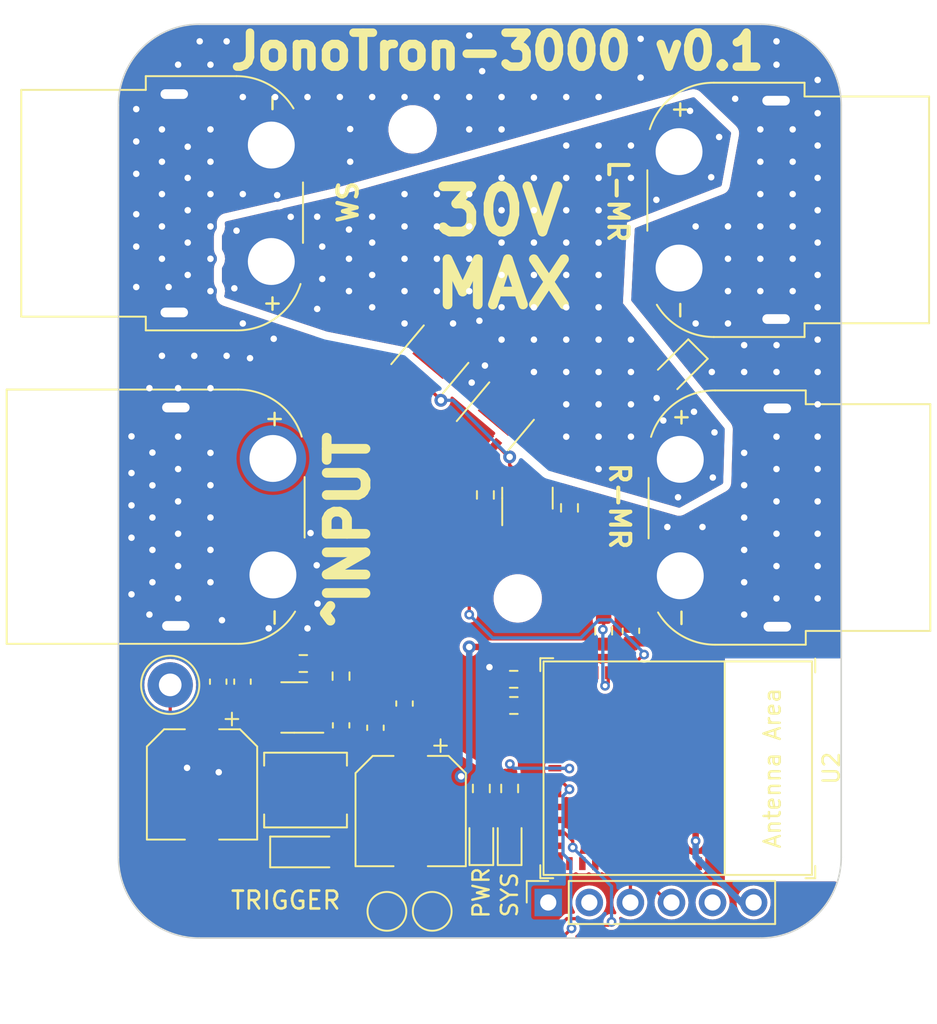
<source format=kicad_pcb>
(kicad_pcb (version 20221018) (generator pcbnew)
  (layers (0 "F.Cu" signal) (31 "B.Cu" signal) (34 "B.Paste" user) (35 "F.Paste" user) (36 "B.SilkS" user "B.Silkscreen") (37 "F.SilkS" user "F.Silkscreen") (38 "B.Mask" user) (39 "F.Mask" user) (44 "Edge.Cuts" user))
  (net 0 "")
  (net 1 "Net-(U1-BST)")
  (net 2 "Net-(D1-K)")
  (net 3 "Net-(U1-FB)")
  (net 4 "Net-(D2-A)")
  (net 5 "+3.3V")
  (net 6 "GND")
  (net 7 "Net-(D3-A)")
  (net 8 "MOSFET")
  (net 9 "VIn")
  (net 10 "+12V")
  (net 11 "SYS_LED")
  (net 12 "Net-(U2-EN{slash}CHIP_PU)")
  (net 35 "SWITCH")
  (net 36 "Net-(Q1-G)")
  (net 37 "Net-(Q2-B)")
  (net 39 "Net-(J5-Pin_3)")
  (net 40 "Net-(J5-Pin_4)")
  (net 42 "Net-(U2-GPIO9)")
  (net 43 "Net-(D4-A)")
  (footprint "Resistor_SMD:R_0603_1608Metric" (layer "F.Cu") (at 141.088353 92.853731 90)
    (fp_text reference "R8" hide)
    (fp_text value "1k")
  )
  (footprint "Capacitor_SMD:C_0603_1608Metric" (layer "F.Cu") (at 134.289908 107.249973 90)
    (fp_text reference "C7" hide)
    (fp_text value "100nF")
  )
  (footprint "MountingHole:MountingHole_2.5mm" (layer "F.Cu") (at 143.088353 99.253731)
    (fp_text reference "H1" hide)
    (fp_text value "MountingHole")
  )
  (footprint "MountingHole:MountingHole_2.5mm" (layer "F.Cu") (at 136.588353 70.253731)
    (fp_text reference "H2" hide)
    (fp_text value "MountingHole")
  )
  (footprint "LED_SMD:LED_0603_1608Metric" (layer "F.Cu") (at 140.838353 114.253731 90)
    (fp_text reference "D2" hide)
    (fp_text value "LED_Small")
  )
  (footprint "Resistor_SMD:R_0603_1608Metric" (layer "F.Cu") (at 132.162395 104.05778 90)
    (fp_text reference "R1" hide)
    (fp_text value "13k")
  )
  (footprint "Resistor_SMD:R_0603_1608Metric" (layer "F.Cu") (at 142.588353 111.003731 90)
    (fp_text reference "R6" hide)
    (fp_text value "2.2k")
  )
  (footprint "Connector_PinSocket_2.54mm:PinSocket_1x06_P2.54mm_Vertical" (layer "F.Cu") (at 144.97432 118.053731 90)
    (fp_text reference "J5" hide)
    (fp_text value "Conn_01x06_Socket")
  )
  (footprint "Resistor_SMD:R_0603_1608Metric" (layer "F.Cu") (at 146.288353 93.653731 -90)
    (fp_text reference "R9" hide)
    (fp_text value "13k")
  )
  (footprint "Resistor_SMD:R_0603_1608Metric" (layer "F.Cu") (at 142.838353 104.253731)
    (fp_text reference "R7" hide)
    (fp_text value "13k")
  )
  (footprint "Capacitor_SMD:CP_Elec_6.3x5.4" (layer "F.Cu") (at 136.467663 112.400687 -90)
    (fp_text reference "C5" hide)
    (fp_text value "22uF")
  )
  (footprint "Capacitor_SMD:CP_Elec_6.3x7.7" (layer "F.Cu") (at 123.567663 110.753731 -90)
    (fp_text reference "C1" hide)
    (fp_text value "220uF")
  )
  (footprint "LED_SMD:LED_0603_1608Metric" (layer "F.Cu") (at 142.588353 114.253731 90)
    (fp_text reference "D3" hide)
    (fp_text value "LED_Small")
  )
  (footprint "TestPoint:TestPoint_Loop_D3.50mm_Drill1.4mm_Beaded" (layer "F.Cu") (at 121.6 104.6)
    (fp_text reference "TP3" hide)
    (fp_text value "TestPoint")
  )
  (footprint "Capacitor_SMD:C_0603_1608Metric" (layer "F.Cu") (at 150.088353 101.253731 90)
    (fp_text reference "C8" hide)
    (fp_text value "100nF")
  )
  (footprint "Diode_SMD:Nexperia_CFP3_SOD-123W" (layer "F.Cu") (at 130.040199 114.928152)
    (fp_text reference "D1" hide)
    (fp_text value "PMEG6020ER")
  )
  (footprint "Acea:AMASS_XT60PW-F_1x02_P7.20mm_Horizontal" (layer "F.Cu") (at 127.85 71.221987 90)
    (fp_text reference "J1" hide)
    (fp_text value "Conn_01x02_Pin")
  )
  (footprint "Resistor_SMD:R_0603_1608Metric" (layer "F.Cu") (at 140.838353 111.003731 90)
    (fp_text reference "R3" hide)
    (fp_text value "2.2k")
  )
  (footprint "Package_SON:VSON-8_3.3x3.3mm_P0.65mm_NexFET" (layer "F.Cu") (at 141.918428 87.991242 50)
    (fp_text reference "Q3" hide)
    (fp_text value "CSD19537Q3")
  )
  (footprint "Capacitor_SMD:C_0603_1608Metric" (layer "F.Cu") (at 126.067663 104.400687 90)
    (fp_text reference "C3" hide)
    (fp_text value "100nF")
  )
  (footprint "Resistor_SMD:R_0603_1608Metric" (layer "F.Cu") (at 148.400825 101.253731 90)
    (fp_text reference "R5" hide)
    (fp_text value "13k")
  )
  (footprint "Diode_SMD:D_SOD-323" (layer "F.Cu") (at 153.096045 84.973141 -135)
    (fp_text reference "D4" hide)
    (fp_text value "1N5819WS")
  )
  (footprint "Espressif:ESP32-C3-MINI-1" (layer "F.Cu") (at 152.982962 109.749122 -90)
    (fp_text reference "U2")
    (fp_text value "ESP32-C3-MINI-1")
  )
  (footprint "Resistor_SMD:R_0603_1608Metric" (layer "F.Cu") (at 129.828448 103.278427 180)
    (fp_text reference "R2" hide)
    (fp_text value "4.3k")
  )
  (footprint "Capacitor_SMD:C_0603_1608Metric" (layer "F.Cu") (at 132.167663 107.100687 -90)
    (fp_text reference "C4" hide)
    (fp_text value "100nF")
  )
  (footprint "Package_TO_SOT_SMD:SOT-23" (layer "F.Cu") (at 143.688353 93.053731 90)
    (fp_text reference "Q2" hide)
    (fp_text value "MMBT3904")
  )
  (footprint "Package_TO_SOT_SMD:SOT-23-6" (layer "F.Cu") (at 129.267626 105.996096 180)
    (fp_text reference "U1" hide)
    (fp_text value "AOZ1280CI")
  )
  (footprint "Acea:AMASS_XT60PW-F_1x02_P7.20mm_Horizontal" (layer "F.Cu") (at 153.138353 97.853731 -90)
    (fp_text reference "J2" hide)
    (fp_text value "Conn_01x02_Pin")
  )
  (footprint "Capacitor_SMD:C_0603_1608Metric" (layer "F.Cu") (at 136.088353 105.753731 90)
    (fp_text reference "C6" hide)
    (fp_text value "10uF")
  )
  (footprint "Inductor_SMD:L_Chilisin_BMRA00040415" (layer "F.Cu") (at 129.967663 111.100687)
    (fp_text reference "L1" hide)
    (fp_text value "10uH")
  )
  (footprint "Capacitor_SMD:C_0603_1608Metric" (layer "F.Cu") (at 124.567663 104.400687 90)
    (fp_text reference "C2" hide)
    (fp_text value "10uF")
  )
  (footprint "TestPoint:TestPoint_Pad_D2.0mm" (layer "F.Cu") (at 137.8 118.6)
    (fp_text reference "TP1" hide)
    (fp_text value "TestPoint")
  )
  (footprint "TestPoint:TestPoint_Pad_D2.0mm" (layer "F.Cu") (at 135 118.6)
    (fp_text reference "TP2" hide)
    (fp_text value "TestPoint")
  )
  (footprint "Resistor_SMD:R_0603_1608Metric" (layer "F.Cu") (at 142.846646 105.871537)
    (fp_text reference "R4" hide)
    (fp_text value "2.2k")
  )
  (footprint "Acea:AMASS_XT60PW-M_1x02_P7.20mm_Horizontal" (layer "F.Cu") (at 127.95 97.8 90)
    (fp_text reference "J4" hide)
    (fp_text value "Conn_01x02_Pin")
  )
  (footprint "Package_SON:VSON-8_3.3x3.3mm_P0.65mm_NexFET" (layer "F.Cu") (at 137.86889 84.470805 50)
    (fp_text reference "Q1" hide)
    (fp_text value "CSD19537Q3")
  )
  (footprint "Acea:AMASS_XT60PW-F_1x02_P7.20mm_Horizontal" (layer "F.Cu") (at 153.062574 78.829017 -90)
    (fp_text reference "J3" hide)
    (fp_text value "Conn_01x02_Pin")
  )
  (gr_arc (start 163.088353 115.253731) (mid 161.623887 118.789265) (end 158.088353 120.253731) (stroke (width 0.1)) (layer "Edge.Cuts"))
  (gr_arc (start 118.4 68.753731) (mid 119.864466 65.218197) (end 123.4 63.753731) (stroke (width 0.1)) (layer "Edge.Cuts"))
  (gr_line (start 123.4 63.753731) (end 158.088353 63.753731) (stroke (width 0.1)) (layer "Edge.Cuts"))
  (gr_line (start 118.4 68.753731) (end 118.4 115.253731) (stroke (width 0.1)) (layer "Edge.Cuts"))
  (gr_line (start 163.088353 68.753731) (end 163.088353 115.253731) (stroke (width 0.1)) (layer "Edge.Cuts"))
  (gr_arc (start 123.4 120.253731) (mid 119.864466 118.789265) (end 118.4 115.253731) (stroke (width 0.1)) (layer "Edge.Cuts"))
  (gr_arc (start 158.088353 63.753731) (mid 161.623887 65.218197) (end 163.088353 68.753731) (stroke (width 0.1)) (layer "Edge.Cuts"))
  (gr_line (start 123.4 120.253731) (end 158.088353 120.253731) (stroke (width 0.1)) (layer "Edge.Cuts"))
  (gr_text "WS" (at 133.294808 76.161429 90) (layer "F.SilkS") (effects (font (size 1.2 1.2) (thickness 0.25) bold) (justify left bottom)))
  (gr_text "JonoTron-3000 v0.1" (at 125.088353 66.658422) (layer "F.SilkS") (effects (font (size 2.1 2.1) (thickness 0.525) bold) (justify left bottom)))
  (gr_text "PWR" (at 141.414168 119.121079 90) (layer "F.SilkS") (effects (font (size 1 1)) (justify left bottom)))
  (gr_text "L-MR" (at 148.588353 72.003731 270) (layer "F.SilkS") (effects (font (size 1.2 1.2) (thickness 0.25) bold) (justify left bottom)))
  (gr_text "30V \nMAX" (at 137.688353 81.453731) (layer "F.SilkS") (effects (font (size 2.8 2.8) (thickness 0.6) bold) (justify left bottom)))
  (gr_text "^INPUT" (at 134 101.253731 90) (layer "F.SilkS") (effects (font (size 2.4 2.4) (thickness 0.6) bold) (justify left bottom)))
  (gr_text "TRIGGER" (at 125.256592 118.564313) (layer "F.SilkS") (effects (font (size 1.1 1.1) (thickness 0.165)) (justify left bottom)))
  (gr_text "R-MR" (at 148.688353 90.753731 270) (layer "F.SilkS") (effects (font (size 1.2 1.2) (thickness 0.25) bold) (justify left bottom)))
  (gr_text "SYS" (at 143.169036 119.060566 90) (layer "F.SilkS") (effects (font (size 1 1)) (justify left bottom)))
  (segment (start 132.167663 106.325686) (end 131.892663 106.325687) (width 0.6) (layer "F.Cu") (net 1))
  (segment (start 131.892663 106.325687) (end 131.272254 106.946096) (width 0.6) (layer "F.Cu") (net 1))
  (segment (start 131.272254 106.946096) (end 130.405126 106.946096) (width 0.6) (layer "F.Cu") (net 1))
  (segment (start 130.717663 103.275687) (end 130.692664 103.300686) (width 0.6) (layer "F.Cu") (net 3))
  (segment (start 132.167664 103.275687) (end 130.717663 103.275687) (width 0.6) (layer "F.Cu") (net 3))
  (segment (start 130.692664 103.300686) (end 130.692664 104.725686) (width 0.6) (layer "F.Cu") (net 3))
  (segment (start 130.692664 104.725686) (end 130.367663 105.050687) (width 0.6) (layer "F.Cu") (net 3))
  (segment (start 140.838353 111.828731) (end 140.838353 113.466231) (width 0.2) (layer "F.Cu") (net 4))
  (segment (start 150.038354 102.07873) (end 150.088353 102.028731) (width 0.4) (layer "F.Cu") (net 5))
  (segment (start 151.645685 102.028731) (end 152.684817 103.067863) (width 0.4) (layer "F.Cu") (net 5))
  (segment (start 152.682962 103.849122) (end 152.682962 104.84834) (width 0.4) (layer "F.Cu") (net 5))
  (segment (start 152.684817 103.067863) (end 152.684817 103.867863) (width 0.4) (layer "F.Cu") (net 5))
  (segment (start 133.142663 105.800382) (end 133.142663 106.877728) (width 0.6) (layer "F.Cu") (net 5))
  (segment (start 152.682962 104.84834) (end 154.088353 106.253731) (width 0.4) (layer "F.Cu") (net 5))
  (segment (start 150.088353 102.028731) (end 151.645685 102.028731) (width 0.4) (layer "F.Cu") (net 5))
  (segment (start 132.162395 104.88278) (end 132.225061 104.88278) (width 0.6) (layer "F.Cu") (net 5))
  (segment (start 133.142663 106.877728) (end 134.289908 108.024973) (width 0.6) (layer "F.Cu") (net 5))
  (segment (start 132.197257 104.925687) (end 132.167664 104.925686) (width 0.5) (layer "F.Cu") (net 5))
  (segment (start 149.863353 102.253731) (end 140.088353 102.253731) (width 0.4) (layer "F.Cu") (net 5))
  (segment (start 132.225061 104.88278) (end 133.142663 105.800382) (width 0.6) (layer "F.Cu") (net 5))
  (segment (start 150.088353 102.028731) (end 149.863353 102.253731) (width 0.4) (layer "F.Cu") (net 5))
  (segment (start 154.088353 106.253731) (end 154.088353 114.253731) (width 0.4) (layer "F.Cu") (net 5))
  (via (at 139.588353 110.253731) (size 0.8) (drill 0.4) (layers "F.Cu" "B.Cu") (net 5))
  (via (at 154.088353 114.253731) (size 0.6) (drill 0.3) (layers "F.Cu" "B.Cu") (net 5))
  (via (at 140.088353 102.253731) (size 0.8) (drill 0.4) (layers "F.Cu" "B.Cu") (net 5))
  (segment (start 140.088353 102.253731) (end 140.088353 109.753731) (width 0.4) (layer "B.Cu") (net 5))
  (segment (start 157.112996 118.253731) (end 157.67432 118.253731) (width 0.4) (layer "B.Cu") (net 5))
  (segment (start 140.088353 109.753731) (end 139.588353 110.253731) (width 0.4) (layer "B.Cu") (net 5))
  (segment (start 154.088353 114.253731) (end 154.088353 115.229088) (width 0.4) (layer "B.Cu") (net 5))
  (segment (start 154.088353 115.229088) (end 157.112996 118.253731) (width 0.4) (layer "B.Cu") (net 5))
  (segment (start 129.290198 103.548223) (end 129.042662 103.300687) (width 0.5) (layer "F.Cu") (net 6))
  (segment (start 129.290198 105.525687) (end 129.290198 103.548223) (width 0.5) (layer "F.Cu") (net 6))
  (segment (start 130.367663 106.000687) (end 129.765198 106.000687) (width 0.5) (layer "F.Cu") (net 6))
  (segment (start 129.765198 106.000687) (end 129.290198 105.525687) (width 0.5) (layer "F.Cu") (net 6))
  (segment (start 142.588353 111.828731) (end 142.588353 113.466231) (width 0.2) (layer "F.Cu") (net 7))
  (segment (start 151.088353 102.828231) (end 151.001103 102.828231) (width 0.2) (layer "F.Cu") (net 8))
  (segment (start 140.088353 94.678731) (end 140.088353 100.253731) (width 0.2) (layer "F.Cu") (net 8))
  (segment (start 151.088353 102.828231) (end 151.088353 102.828231) (width 0.2) (layer "F.Cu") (net 8))
  (segment (start 150.901103 102.728231) (end 150.901103 102.690981) (width 0.2) (layer "F.Cu") (net 8))
  (segment (start 151.001103 102.828231) (end 150.901103 102.728231) (width 0.2) (layer "F.Cu") (net 8))
  (segment (start 141.088353 93.678731) (end 140.088353 94.678731) (width 0.2) (layer "F.Cu") (net 8))
  (segment (start 150.284817 103.307267) (end 150.284817 103.867863) (width 0.2) (layer "F.Cu") (net 8))
  (segment (start 150.901103 102.690981) (end 150.284817 103.307267) (width 0.2) (layer "F.Cu") (net 8))
  (via (at 150.901103 102.728231) (size 0.6) (drill 0.3) (layers "F.Cu" "B.Cu") (net 8))
  (via (at 140.088353 100.253731) (size 0.6) (drill 0.3) (layers "F.Cu" "B.Cu") (net 8))
  (segment (start 140.088353 100.253731) (end 141.528515 101.693893) (width 0.2) (layer "B.Cu") (net 8))
  (segment (start 148.102121 100.579231) (end 148.839353 100.579231) (width 0.2) (layer "B.Cu") (net 8))
  (segment (start 146.987459 101.693893) (end 148.102121 100.579231) (width 0.2) (layer "B.Cu") (net 8))
  (segment (start 148.839353 100.579231) (end 151.088353 102.828231) (width 0.2) (layer "B.Cu") (net 8))
  (segment (start 141.528515 101.693893) (end 146.987459 101.693893) (width 0.2) (layer "B.Cu") (net 8))
  (segment (start 143.671646 104.262024) (end 143.663353 104.253731) (width 0.2) (layer "F.Cu") (net 9))
  (segment (start 143.671646 105.871537) (end 143.671646 104.262024) (width 0.2) (layer "F.Cu") (net 9))
  (segment (start 145.384817 105.767863) (end 143.77532 105.767863) (width 0.2) (layer "F.Cu") (net 9))
  (segment (start 143.77532 105.767863) (end 143.671646 105.871537) (width 0.2) (layer "F.Cu") (net 9))
  (segment (start 123.567663 108.967663) (end 123.567663 108.053731) (width 0.6) (layer "F.Cu") (net 10))
  (segment (start 141.338353 103.578731) (end 142.013353 104.253731) (width 0.2) (layer "F.Cu") (net 10))
  (segment (start 123.6 108.086068) (end 123.567663 108.053731) (width 0.6) (layer "F.Cu") (net 10))
  (segment (start 141.338353 103.503731) (end 141.338353 103.578731) (width 0.2) (layer "F.Cu") (net 10))
  (segment (start 122.640753 109.728039) (end 123.6 108.768792) (width 0.6) (layer "F.Cu") (net 10))
  (segment (start 124.6 110) (end 123.567663 108.967663) (width 0.6) (layer "F.Cu") (net 10))
  (segment (start 123.6 108.768792) (end 123.6 108.086068) (width 0.6) (layer "F.Cu") (net 10))
  (via (at 124.8 100.6) (size 0.8) (drill 0.4) (layers "F.Cu" "B.Cu") (net 10))
  (via (at 160.088353 78.253731) (size 0.8) (drill 0.4) (layers "F.Cu" "B.Cu") (net 10))
  (via (at 120.5 92.262294) (size 0.8) (drill 0.4) (layers "F.Cu" "B.Cu") (net 10))
  (via (at 157.088353 92.253731) (size 0.8) (drill 0.4) (layers "F.Cu" "B.Cu") (net 10))
  (via (at 127.690313 101.105036) (size 0.8) (drill 0.4) (layers "F.Cu" "B.Cu") (net 10))
  (via (at 120.5 94.253731) (size 0.8) (drill 0.4) (layers "F.Cu" "B.Cu") (net 10))
  (via (at 119.5 73) (size 0.8) (drill 0.4) (layers "F.Cu" "B.Cu") (net 10))
  (via (at 160.088353 80.253731) (size 0.8) (drill 0.4) (layers "F.Cu" "B.Cu") (net 10))
  (via (at 134.088353 68.253731) (size 0.8) (drill 0.4) (layers "F.Cu" "B.Cu") (net 10))
  (via (at 122.088353 99.253731) (size 0.8) (drill 0.4) (layers "F.Cu" "B.Cu") (net 10))
  (via (at 124.088353 70.253731) (size 0.8) (drill 0.4) (layers "F.Cu" "B.Cu") (net 10))
  (via (at 142.088353 68.253731) (size 0.8) (drill 0.4) (layers "F.Cu" "B.Cu") (net 10))
  (via (at 150.688353 64.653731) (size 0.8) (drill 0.4) (layers "F.Cu" "B.Cu") (net 10))
  (via (at 130.088353 68.253731) (size 0.8) (drill 0.4) (layers "F.Cu" "B.Cu") (net 10))
  (via (at 159.088353 93.253731) (size 0.8) (drill 0.4) (layers "F.Cu" "B.Cu") (net 10))
  (via (at 150.688353 67.053731) (size 0.8) (drill 0.4) (layers "F.Cu" "B.Cu") (net 10))
  (via (at 122.682711 71.327774) (size 0.8) (drill 0.4) (layers "F.Cu" "B.Cu") (net 10))
  (via (at 161.634014 83.253731) (size 0.8) (drill 0.4) (layers "F.Cu" "B.Cu") (net 10))
  (via (at 141.338353 103.503731) (size 0.8) (drill 0.4) (layers "F.Cu" "B.Cu") (net 10))
  (via (at 125.088353 64.809858) (size 0.8) (drill 0.4) (layers "F.Cu" "B.Cu") (net 10))
  (via (at 130.658071 97.203387) (size 0.8) (drill 0.4) (layers "F.Cu" "B.Cu") (net 10))
  (via (at 154.088353 76.253731) (size 0.8) (drill 0.4) (layers "F.Cu" "B.Cu") (net 10))
  (via (at 119.205743 91.5) (size 0.8) (drill 0.4) (layers "F.Cu" "B.Cu") (net 10))
  (via (at 156.088353 82.253731) (size 0.8) (drill 0.4) (layers "F.Cu" "B.Cu") (net 10))
  (via (at 161.634014 91.253731) (size 0.8) (drill 0.4) (layers "F.Cu" "B.Cu") (net 10))
  (via (at 148.088353 68.253731) (size 0.8) (drill 0.4) (layers "F.Cu" "B.Cu") (net 10))
  (via (at 161.634014 79.253731) (size 0.8) (drill 0.4) (layers "F.Cu" "B.Cu") (net 10))
  (via (at 158.088353 70.253731) (size 0.8) (drill 0.4) (layers "F.Cu" "B.Cu") (net 10))
  (via (at 161.634014 89.253731) (size 0.8) (drill 0.4) (layers "F.Cu" "B.Cu") (net 10))
  (via (at 124.088353 72.253731) (size 0.8) (drill 0.4) (layers "F.Cu" "B.Cu") (net 10))
  (via (at 124.088353 74.253731) (size 0.8) (drill 0.4) (layers "F.Cu" "B.Cu") (net 10))
  (via (at 119.5 77.5) (size 0.8) (drill 0.4) (layers "F.Cu" "B.Cu") (net 10))
  (via (at 124.088353 92.253731) (size 0.8) (drill 0.4) (layers "F.Cu" "B.Cu") (net 10))
  (via (at 160.088353 72.253731) (size 0.8) (drill 0.4) (layers "F.Cu" "B.Cu") (net 10))
  (via (at 124.088353 78.253731) (size 0.8) (drill 0.4) (layers "F.Cu" "B.Cu") (net 10))
  (via (at 126.088353 74.253731) (size 0.8) (drill 0.4) (layers "F.Cu" "B.Cu") (net 10))
  (via (at 152.338861 94.837473) (size 0.8) (drill 0.4) (layers "F.Cu" "B.Cu") (net 10))
  (via (at 122.682711 73.253731) (size 0.8) (drill 0.4) (layers "F.Cu" "B.Cu") (net 10))
  (via (at 160.088353 76.253731) (size 0.8) (drill 0.4) (layers "F.Cu" "B.Cu") (net 10))
  (via (at 124.088353 80.253731) (size 0.8) (drill 0.4) (layers "F.Cu" "B.Cu") (net 10))
  (via (at 161.634014 95.253731) (size 0.8) (drill 0.4) (layers "F.Cu" "B.Cu") (net 10))
  (via (at 161.634014 85.253731) (size 0.8) (drill 0.4) (layers "F.Cu" "B.Cu") (net 10))
  (via (at 119.205743 93.5) (size 0.8) (drill 0.4) (layers "F.Cu" "B.Cu") (net 10))
  (via (at 124.088353 96.253731) (size 0.8) (drill 0.4) (layers "F.Cu" "B.Cu") (net 10))
  (via (at 161.634014 69.253731) (size 0.8) (drill 0.4) (layers "F.Cu" "B.Cu") (net 10))
  (via (at 122.088353 66.253731) (size 0.8) (drill 0.4) (layers "F.Cu" "B.Cu") (net 10))
  (via (at 157.088353 100.253731) (size 0.8) (drill 0.4) (layers "F.Cu" "B.Cu") (net 10))
  (via (at 119.5 71) (size 0.8) (drill 0.4) (layers "F.Cu" "B.Cu") (net 10))
  (via (at 119.205743 89.232981) (size 0.8) (drill 0.4) (layers "F.Cu" "B.Cu") (net 10))
  (via (at 158.088353 72.253731) (size 0.8) (drill 0.4) (layers "F.Cu" "B.Cu") (net 10))
  (via (at 121.088353 78.253731) (size 0.8) (drill 0.4) (layers "F.Cu" "B.Cu") (net 10))
  (via (at 161.634014 73.253731) (size 0.8) (drill 0.4) (layers "F.Cu" "B.Cu") (net 10))
  (via (at 132.728347 70.231587) (size 0.8) (drill 0.4) (layers "F.Cu" "B.Cu") (net 10))
  (via (at 157.088353 85.253731) (size 0.8) (drill 0.4) (layers "F.Cu" "B.Cu") (net 10))
  (via (at 156.088353 80.253731) (size 0.8) (drill 0.4) (layers "F.Cu" "B.Cu") (net 10))
  (via (at 121.088353 70.253731) (size 0.8) (drill 0.4) (layers "F.Cu" "B.Cu") (net 10))
  (via (at 130.088353 101.105036) (size 0.8) (drill 0.4) (layers "F.Cu" "B.Cu") (net 10))
  (via (at 120.314198 100.253731) (size 0.8) (drill 0.4) (layers "F.Cu" "B.Cu") (net 10))
  (via (at 161.634014 81.253731) (size 0.8) (drill 0.4) (layers "F.Cu" "B.Cu") (net 10))
  (via (at 155.088353 85.253731) (size 0.8) (drill 0.4) (layers "F.Cu" "B.Cu") (net 10))
  (via (at 122.088353 89.253731) (size 0.8) (drill 0.4) (layers "F.Cu" "B.Cu") (net 10))
  (via (at 140.088353 70.253731) (size 0.8) (drill 0.4) (layers "F.Cu" "B.Cu") (net 10))
  (via (at 132.728347 72.253731) (size 0.8) (drill 0.4) (layers "F.Cu" "B.Cu") (net 10))
  (via (at 160.088353 70.253731) (size 0.8) (drill 0.4) (layers "F.Cu" "B.Cu") (net 10))
  (via (at 157.088353 90.253731) (size 0.8) (drill 0.4) (layers "F.Cu" "B.Cu") (net 10))
  (via (at 158.088353 74.253731) (size 0.8) (drill 0.4) (layers "F.Cu" "B.Cu") (net 10))
  (via (at 144.088353 68.253731) (size 0.8) (drill 0.4) (layers "F.Cu" "B.Cu") (net 10))
  (via (at 140.088353 68.253731) (size 0.8) (drill 0.4) (layers "F.Cu" "B.Cu") (net 10))
  (via (at 159.088353 64.809858) (size 0.8) (drill 0.4) (layers "F.Cu" "B.Cu") (net 10))
  (via (at 159.091508 83.593187) (size 0.8) (drill 0.4) (layers "F.Cu" "B.Cu") (net 10))
  (via (at 159.088353 99.253731) (size 0.8) (drill 0.4) (layers "F.Cu" "B.Cu") (net 10))
  (via (at 160.088353 74.253731) (size 0.8) (drill 0.4) (layers "F.Cu" "B.Cu") (net 10))
  (via (at 136.088353 68.253731) (size 0.8) (drill 0.4) (layers "F.Cu" "B.Cu") (net 10))
  (via (at 122.640753 109.728039) (size 0.8) (drill 0.4) (layers "F.Cu" "B.Cu") (net 10))
  (via (at 156.088353 78.253731) (size 0.8) (drill 0.4) (layers "F.Cu" "B.Cu") (net 10))
  (via (at 124.6 110) (size 0.8) (drill 0.4) (layers "F.Cu" "B.Cu") (net 10))
  (via (at 128.088353 68.253731) (size 0.8) (drill 0.4) (layers "F.Cu" "B.Cu") (net 10))
  (via (at 156.532932 68.359835) (size 0.8) (drill 0.4) (layers "F.Cu" "B.Cu") (net 10))
  (via (at 119.205743 95.5) (size 0.8) (drill 0.4) (layers "F.Cu" "B.Cu") (net 10))
  (via (at 132.088353 68.253731) (size 0.8) (drill 0.4) (layers "F.Cu" "B.Cu") (net 10))
  (via (at 142.088353 70.253731) (size 0.8) (drill 0.4) (layers "F.Cu" "B.Cu") (net 10))
  (via (at 161.634014 75.253731) (size 0.8) (drill 0.4) (layers "F.Cu" "B.Cu") (net 10))
  (via (at 161.634014 99.253731) (size 0.8) (drill 0.4) (layers "F.Cu" "B.Cu") (net 10))
  (via (at 121.088353 76.253731) (size 0.8) (drill 0.4) (layers "F.Cu" "B.Cu") (net 10))
  (via (at 161.634014 97.253731) (size 0.8) (drill 0.4) (layers "F.Cu" "B.Cu") (net 10))
  (via (at 128 83.2) (size 0.8) (drill 0.4) (layers "F.Cu" "B.Cu") (net 10))
  (via (at 157.088353 83.593187) (size 0.8) (drill 0.4) (layers "F.Cu" "B.Cu") (net 10))
  (via (at 157.088353 96.253731) (size 0.8) (drill 0.4) (layers "F.Cu" "B.Cu") (net 10))
  (via (at 157.088353 94.253731) (size 0.8) (drill 0.4) (layers "F.Cu" "B.Cu") (net 10))
  (via (at 122.682711 75.253731) (size 0.8) (drill 0.4) (layers "F.Cu" "B.Cu") (net 10))
  (via (at 122.682711 79.253731) (size 0.8) (drill 0.4) (layers "F.Cu" "B.Cu") (net 10))
  (via (at 124.088353 66.253731) (size 0.8) (drill 0.4) (layers "F.Cu" "B.Cu") (net 10))
  (via (at 123.423513 64.809858) (size 0.8) (drill 0.4) (layers "F.Cu" "B.Cu") (net 10))
  (via (at 124.088353 90.253731) (size 0.8) (drill 0.4) (layers "F.Cu" "B.Cu") (net 10))
  (via (at 119.5 69) (size 0.8) (drill 0.4) (layers "F.Cu" "B.Cu") (net 10))
  (via (at 120.5 98.253731) (size 0.8) (drill 0.4) (layers "F.Cu" "B.Cu") (net 10))
  (via (at 122.088353 95.253731) (size 0.8) (drill 0.4) (layers "F.Cu" "B.Cu") (net 10))
  (via (at 130.710024 99.575907) (size 0.8) (drill 0.4) (layers "F.Cu" "B.Cu") (net 10))
  (via (at 146.088353 68.253731) (size 0.8) (drill 0.4) (layers "F.Cu" "B.Cu") (net 10))
  (via (at 124.088353 86.253731) (size 0.8) (drill 0.4) (layers "F.Cu" "B.Cu") (net 10))
  (via (at 121.5 80) (size 0.8) (drill 0.4) (layers "F.Cu" "B.Cu") (net 10))
  (via (at 125.088353 84.253731) (size 0.8) (drill 0.4) (layers "F.Cu" "B.Cu") (net 10))
  (via (at 120.5 90.237532) (size 0.8) (drill 0.4) (layers "F.Cu" "B.Cu") (net 10))
  (via (at 126.088353 82.253731) (size 0.8) (drill 0.4) (layers "F.Cu" "B.Cu") (net 10))
  (via (at 123.088353 84.253731) (size 0.8) (drill 0.4) (layers "F.Cu" "B.Cu") (net 10))
  (via (at 128.213878 74.320162) (size 0.8) (drill 0.4) (layers "F.Cu" "B.Cu") (net 10))
  (via (at 158.088353 80.253731) (size 0.8) (drill 0.4) (layers "F.Cu" "B.Cu") (net 10))
  (via (at 159.088353 97.253731) (size 0.8) (drill 0.4) (layers "F.Cu" "B.Cu") (net 10))
  (via (at 159.088353 85.253731) (size 0.8) (drill 0.4) (layers "F.Cu" "B.Cu") (net 10))
  (via (at 161.634014 71.253731) (size 0.8) (drill 0.4) (layers "F.Cu" "B.Cu") (net 10))
  (via (at 122.682711 77.253731) (size 0.8) (drill 0.4) (layers "F.Cu" "B.Cu") (net 10))
  (via (at 120.314198 86.253731) (size 0.8) (drill 0.4) (layers "F.Cu" "B.Cu") (net 10))
  (via (at 122.088353 86.253731) (size 0.8) (drill 0.4) (layers "F.Cu" "B.Cu") (net 10))
  (via (at 121.088353 74.253731) (size 0.8) (drill 0.4) (layers "F.Cu" "B.Cu") (net 10))
  (via (at 159.088353 95.253731) (size 0.8) (drill 0.4) (layers "F.Cu" "B.Cu") (net 10))
  (via (at 159.088353 89.253731) (size 0.8) (drill 0.4) (layers "F.Cu" "B.Cu") (net 10))
  (via (at 138.088353 68.253731) (size 0.8) (drill 0.4) (layers "F.Cu" "B.Cu") (net 10))
  (via (at 158.088353 76.253731) (size 0.8) (drill 0.4) (layers "F.Cu" "B.Cu") (net 10))
  (via (at 161.634014 93.253731) (size 0.8) (drill 0.4) (layers "F.Cu" "B.Cu") (net 10))
  (via (at 121.088353 72.253731) (size 0.8) (drill 0.4) (layers "F.Cu" "B.Cu") (net 10))
  (via (at 122.088353 97.253731) (size 0.8) (drill 0.4) (layers "F.Cu" "B.Cu") (net 10))
  (via (at 130.277082 95.211856) (size 0.8) (drill 0.4) (layers "F.Cu" "B.Cu") (net 10))
  (via (at 158.088353 78.253731) (size 0.8) (drill 0.4) (layers "F.Cu" "B.Cu") (net 10))
  (via (at 120.5 96.253731) (size 0.8) (drill 0.4) (layers "F.Cu" "B.Cu") (net 10))
  (via (at 124.088353 76.253731) (size 0.8) (drill 0.4) (layers "F.Cu" "B.Cu") (net 10))
  (via (at 119.205743 99) (size 0.8) (drill 0.4) (layers "F.Cu" "B.Cu") (net 10))
  (via (at 126.534264 84.4) (size 0.8) (drill 0.4) (layers "F.Cu" "B.Cu") (net 10))
  (via (at 124.088353 98.253731) (size 0.8) (drill 0.4) (layers "F.Cu" "B.Cu") (net 10))
  (via (at 121.088353 84.253731) (size 0.8) (drill 0.4) (layers "F.Cu" "B.Cu") (net 10))
  (via (at 119.5 80) (size 0.8) (drill 0.4) (layers "F.Cu" "B.Cu") (net 10))
  (via (at 161.634014 67.198203) (size 0.8) (drill 0.4) (layers "F.Cu" "B.Cu") (net 10))
  (via (at 159.088353 91.253731) (size 0.8) (drill 0.4) (layers "F.Cu" "B.Cu") (net 10))
  (via (at 154.511553 94.837473) (size 0.8) (drill 0.4) (layers "F.Cu" "B.Cu") (net 10))
  (via (at 126.088353 68.253731) (size 0.8) (drill 0.4) (layers "F.Cu" "B.Cu") (net 10))
  (via (at 156.088353 76.253731) (size 0.8) (drill 0.4) (layers "F.Cu" "B.Cu") (net 10))
  (via (at 157.088353 98.253731) (size 0.8) (drill 0.4) (layers "F.Cu" "B.Cu") (net 10))
  (via (at 161.634014 87.253731) (size 0.8) (drill 0.4) (layers "F.Cu" "B.Cu") (net 10))
  (via (at 161.634014 77.253731) (size 0.8) (drill 0.4) (layers "F.Cu" "B.Cu") (net 10))
  (via (at 154.088353 82.253731) (size 0.8) (drill 0.4) (layers "F.Cu" "B.Cu") (net 10))
  (via (at 122.088353 93.253731) (size 0.8) (drill 0.4) (layers "F.Cu" "B.Cu") (net 10))
  (via (at 124.088353 94.253731) (size 0.8) (drill 0.4) (layers "F.Cu" "B.Cu") (net 10))
  (via (at 159.088353 66.253731) (size 0.8) (drill 0.4) (layers "F.Cu" "B.Cu") (net 10))
  (via (at 119.5 75.5) (size 0.8) (drill 0.4) (layers "F.Cu" "B.Cu") (net 10))
  (via (at 122.088353 91.253731) (size 0.8) (drill 0.4) (layers "F.Cu" "B.Cu") (net 10))
  (via (at 140.088353 64.453731) (size 0.8) (drill 0.4) (layers "F.Cu" "B.Cu") (net 10))
  (via (at 140.888353 66.653731) (size 0.8) (drill 0.4) (layers "F.Cu" "B.Cu") (net 10))
  (segment (start 146.28745 109.767863) (end 146.324221 109.767863) (width 0.2) (layer "F.Cu") (net 11))
  (segment (start 146.324221 109.767863) (end 146.338353 109.753731) (width 0.2) (layer "F.Cu") (net 11))
  (segment (start 146.280032 109.767863) (end 146.283741 109.771572) (width 0.2) (layer "F.Cu") (net 11))
  (segment (start 145.384817 109.767863) (end 146.280032 109.767863) (width 0.2) (layer "F.Cu") (net 11))
  (segment (start 146.283741 109.771572) (end 146.28745 109.767863) (width 0.2) (layer "F.Cu") (net 11))
  (segment (start 142.588353 109.503731) (end 142.588353 110.178731) (width 0.2) (layer "F.Cu") (net 11))
  (via (at 146.283741 109.771572) (size 0.6) (drill 0.3) (layers "F.Cu" "B.Cu") (net 11))
  (via (at 142.600305 109.496581) (size 0.6) (drill 0.3) (layers "F.Cu" "B.Cu") (net 11))
  (segment (start 142.600305 109.496581) (end 142.581203 109.496581) (width 0.2) (layer "B.Cu") (net 11))
  (segment (start 142.857455 109.753731) (end 142.600305 109.496581) (width 0.2) (layer "B.Cu") (net 11))
  (segment (start 146.2659 109.753731) (end 142.857455 109.753731) (width 0.2) (layer "B.Cu") (net 11))
  (segment (start 142.581203 109.496581) (end 142.588353 109.503731) (width 0.2) (layer "B.Cu") (net 11))
  (segment (start 146.283741 109.771572) (end 146.2659 109.753731) (width 0.2) (layer "B.Cu") (net 11))
  (segment (start 148.682962 104.459122) (end 148.682962 103.849122) (width 0.2) (layer "F.Cu") (net 12))
  (segment (start 148.400825 101.129056) (end 148.400825 100.428731) (width 0.2) (layer "F.Cu") (net 12))
  (segment (start 148.35065 101.179231) (end 148.400825 101.129056) (width 0.2) (layer "F.Cu") (net 12))
  (segment (start 148.488353 104.653731) (end 148.682962 104.459122) (width 0.2) (layer "F.Cu") (net 12))
  (via (at 148.35065 101.179231) (size 0.6) (drill 0.3) (layers "F.Cu" "B.Cu") (net 12))
  (via (at 148.488353 104.653731) (size 0.6) (drill 0.3) (layers "F.Cu" "B.Cu") (net 12))
  (segment (start 148.35065 104.516028) (end 148.35065 101.179231) (width 0.2) (layer "B.Cu") (net 12))
  (segment (start 148.488353 104.653731) (end 148.35065 104.516028) (width 0.2) (layer "B.Cu") (net 12))
  (segment (start 146.288353 111.053731) (end 145.783744 110.549122) (width 0.2) (layer "F.Cu") (net 35))
  (segment (start 125.688353 120.053731) (end 121.6 115.965378) (width 0.2) (layer "F.Cu") (net 35))
  (segment (start 121.6 115.965378) (end 121.6 104.6) (width 0.2) (layer "F.Cu") (net 35))
  (segment (start 146.01457 120.053731) (end 125.688353 120.053731) (width 0.2) (layer "F.Cu") (net 35))
  (segment (start 146.41457 119.653731) (end 146.01457 120.053731) (width 0.2) (layer "F.Cu") (net 35))
  (segment (start 145.783744 110.549122) (end 145.382962 110.549122) (width 0.2) (layer "F.Cu") (net 35))
  (via (at 146.41457 119.653731) (size 0.6) (drill 0.3) (layers "F.Cu" "B.Cu") (net 35))
  (via (at 146.288353 111.053731) (size 0.6) (drill 0.3) (layers "F.Cu" "B.Cu") (net 35))
  (segment (start 146.41457 119.653731) (end 146.36432 119.603481) (width 0.2) (layer "B.Cu") (net 35))
  (segment (start 145.888353 111.453731) (end 146.288353 111.053731) (width 0.2) (layer "B.Cu") (net 35))
  (segment (start 145.888353 115.053731) (end 145.888353 111.453731) (width 0.2) (layer "B.Cu") (net 35))
  (segment (start 146.36432 115.529698) (end 145.888353 115.053731) (width 0.2) (layer "B.Cu") (net 35))
  (segment (start 146.36432 119.603481) (end 146.36432 115.529698) (width 0.2) (layer "B.Cu") (net 35))
  (segment (start 142.588353 90.503731) (end 142.521758 90.503731) (width 0.2) (layer "F.Cu") (net 36))
  (segment (start 144.550853 92.116231) (end 143.688353 92.116231) (width 0.2) (layer "F.Cu") (net 36))
  (segment (start 137.686339 86.197413) (end 137.686339 86.351717) (width 0.2) (layer "F.Cu") (net 36))
  (segment (start 142.521758 90.503731) (end 141.735877 89.71785) (width 0.2) (layer "F.Cu") (net 36))
  (segment (start 145.513353 93.078731) (end 144.550853 92.116231) (width 0.2) (layer "F.Cu") (net 36))
  (segment (start 145.513353 93.703731) (end 145.513353 93.078731) (width 0.2) (layer "F.Cu") (net 36))
  (segment (start 146.288353 94.478731) (end 145.513353 93.703731) (width 0.2) (layer "F.Cu") (net 36))
  (segment (start 137.686339 86.351717) (end 138.338353 87.003731) (width 0.2) (layer "F.Cu") (net 36))
  (segment (start 146.288353 94.478731) (end 146.288353 94.267335) (width 0.2) (layer "F.Cu") (net 36))
  (segment (start 142.588353 90.503731) (end 142.588353 91.016231) (width 0.2) (layer "F.Cu") (net 36))
  (segment (start 142.588353 91.016231) (end 143.688353 92.116231) (width 0.2) (layer "F.Cu") (net 36))
  (via (at 142.588353 90.503731) (size 0.8) (drill 0.4) (layers "F.Cu" "B.Cu") (net 36))
  (via (at 138.338353 87.003731) (size 0.8) (drill 0.4) (layers "F.Cu" "B.Cu") (net 36))
  (segment (start 138.338353 87.003731) (end 139.088353 87.003731) (width 0.2) (layer "B.Cu") (net 36))
  (segment (start 139.088353 87.003731) (end 142.588353 90.503731) (width 0.2) (layer "B.Cu") (net 36))
  (segment (start 141.088353 92.341231) (end 141.088353 92.028731) (width 0.2) (layer "F.Cu") (net 37))
  (segment (start 142.738353 93.991231) (end 141.088353 92.341231) (width 0.2) (layer "F.Cu") (net 37))
  (segment (start 150.282962 116.743632) (end 150.282962 115.649122) (width 0.2) (layer "F.Cu") (net 39))
  (segment (start 150.295811 116.756481) (end 150.282962 116.743632) (width 0.2) (layer "F.Cu") (net 39))
  (segment (start 150.05432 116.997972) (end 150.295811 116.756481) (width 0.2) (layer "F.Cu") (net 39))
  (segment (start 150.05432 118.253731) (end 150.05432 116.997972) (width 0.2) (layer "F.Cu") (net 39))
  (segment (start 151.082962 115.649122) (end 151.082962 116.742373) (width 0.2) (layer "F.Cu") (net 40))
  (segment (start 151.082962 116.742373) (end 152.59432 118.253731) (width 0.2) (layer "F.Cu") (net 40))
  (segment (start 145.629425 119.548626) (end 138.748626 119.548626) (width 0.2) (layer "F.Cu") (net 42))
  (segment (start 146.688353 119.053731) (end 146.12432 119.053731) (width 0.2) (layer "F.Cu") (net 42))
  (segment (start 148.888353 119.253731) (end 148.688353 119.453731) (width 0.2) (layer "F.Cu") (net 42))
  (segment (start 146.12432 119.053731) (end 145.629425 119.548626) (width 0.2) (layer "F.Cu") (net 42))
  (segment (start 146.488353 114.254513) (end 146.488353 114.653731) (width 0.2) (layer "F.Cu") (net 42))
  (segment (start 147.088353 119.453731) (end 146.688353 119.053731) (width 0.2) (layer "F.Cu") (net 42))
  (segment (start 145.382962 113.749122) (end 145.982962 113.749122) (width 0.2) (layer "F.Cu") (net 42))
  (segment (start 145.982962 113.749122) (end 146.488353 114.254513) (width 0.2) (layer "F.Cu") (net 42))
  (segment (start 148.688353 119.453731) (end 147.088353 119.453731) (width 0.2) (layer "F.Cu") (net 42))
  (segment (start 138.748626 119.548626) (end 137.8 118.6) (width 0.2) (layer "F.Cu") (net 42))
  (via (at 146.488353 114.653731) (size 0.6) (drill 0.3) (layers "F.Cu" "B.Cu") (net 42))
  (via (at 148.888353 119.253731) (size 0.6) (drill 0.3) (layers "F.Cu" "B.Cu") (net 42))
  (segment (start 148.888353 119.253731) (end 148.888353 117.053731) (width 0.2) (layer "B.Cu") (net 42))
  (segment (start 148.888353 117.053731) (end 146.488353 114.653731) (width 0.2) (layer "B.Cu") (net 42))
  (via (at 144.088353 75.253731) (size 0.8) (drill 0.4) (layers "F.Cu" "B.Cu") (net 43))
  (via (at 132.652798 76.446708) (size 0.8) (drill 0.4) (layers "F.Cu" "B.Cu") (net 43))
  (via (at 138.088353 80.253731) (size 0.8) (drill 0.4) (layers "F.Cu" "B.Cu") (net 43))
  (via (at 136.088353 74.253731) (size 0.8) (drill 0.4) (layers "F.Cu" "B.Cu") (net 43))
  (via (at 155.253767 88.988708) (size 0.8) (drill 0.4) (layers "F.Cu" "B.Cu") (net 43))
  (via (at 151.677328 86.86831) (size 0.8) (drill 0.4) (layers "F.Cu" "B.Cu") (net 43))
  (via (at 153 93) (size 0.8) (drill 0.4) (layers "F.Cu" "B.Cu") (net 43))
  (via (at 131 77.5) (size 0.8) (drill 0.4) (layers "F.Cu" "B.Cu") (net 43))
  (via (at 148.088353 87.253731) (size 0.8) (drill 0.4) (layers "F.Cu" "B.Cu") (net 43))
  (via (at 140.088353 78.253731) (size 0.8) (drill 0.4) (layers "F.Cu" "B.Cu") (net 43))
  (via (at 134.088353 75.653731) (size 0.8) (drill 0.4) (layers "F.Cu" "B.Cu") (net 43))
  (via (at 142.088353 81.253731) (size 0.8) (drill 0.4) (layers "F.Cu" "B.Cu") (net 43))
  (via (at 152.088353 88.253731) (size 0.8) (drill 0.4) (layers "F.Cu" "B.Cu") (net 43))
  (via (at 129.050764 75.661633) (size 0.8) (drill 0.4) (layers "F.Cu" "B.Cu") (net 43))
  (via (at 138.088353 76.253731) (size 0.8) (drill 0.4) (layers "F.Cu" "B.Cu") (net 43))
  (via (at 146.088353 87.253731) (size 0.8) (drill 0.4) (layers "F.Cu" "B.Cu") (net 43))
  (via (at 146.088353 85.253731) (size 0.8) (drill 0.4) (layers "F.Cu" "B.Cu") (net 43))
  (via (at 144.088353 81.253731) (size 0.8) (drill 0.4) (layers "F.Cu" "B.Cu") (net 43))
  (via (at 144.088353 79.253731) (size 0.8) (drill 0.4) (layers "F.Cu" "B.Cu") (net 43))
  (via (at 142.088353 83.253731) (size 0.8) (drill 0.4) (layers "F.Cu" "B.Cu") (net 43))
  (via (at 146.088353 89.253731) (size 0.8) (drill 0.4) (layers "F.Cu" "B.Cu") (net 43))
  (via (at 148.088353 91.253731) (size 0.8) (drill 0.4) (layers "F.Cu" "B.Cu") (net 43))
  (via (at 142.088353 73.253731) (size 0.8) (drill 0.4) (layers "F.Cu" "B.Cu") (net 43))
  (via (at 136.088353 82.253731) (size 0.8) (drill 0.4) (layers "F.Cu" "B.Cu") (net 43))
  (via (at 150.088353 73.253731) (size 0.8) (drill 0.4) (layers "F.Cu" "B.Cu") (net 43))
  (via (at 148.088353 89.253731) (size 0.8) (drill 0.4) (layers "F.Cu" "B.Cu") (net 43))
  (via (at 148.088353 81.253731) (size 0.8) (drill 0.4) (layers "F.Cu" "B.Cu") (net 43))
  (via (at 136.088353 78.253731) (size 0.8) (drill 0.4) (layers "F.Cu" "B.Cu") (net 43))
  (via (at 146.088353 81.253731) (size 0.8) (drill 0.4) (layers "F.Cu" "B.Cu") (net 43))
  (via (at 150.088353 83.253731) (size 0.8) (drill 0.4) (layers "F.Cu" "B.Cu") (net 43))
  (via (at 150.088353 85.253731) (size 0.8) (drill 0.4) (layers "F.Cu" "B.Cu") (net 43))
  (via (at 155.050227 73.211949) (size 0.8) (drill 0.4) (layers "F.Cu" "B.Cu") (net 43))
  (via (at 136.088353 80.253731) (size 0.8) (drill 0.4) (layers "F.Cu" "B.Cu") (net 43))
  (via (at 132.652798 80.253731) (size 0.8) (drill 0.4) (layers "F.Cu" "B.Cu") (net 43))
  (via (at 142.088353 75.253731) (size 0.8) (drill 0.4) (layers "F.Cu" "B.Cu") (net 43))
  (via (at 130.688353 75.653731) (size 0.8) (drill 0.4) (layers "F.Cu" "B.Cu") (net 43))
  (via (at 146.088353 75.253731) (size 0.8) (drill 0.4) (layers "F.Cu" "B.Cu") (net 43))
  (via (at 134.088353 77.253731) (size 0.8) (drill 0.4) (layers "F.Cu" "B.Cu") (net 43))
  (via (at 148.088353 83.253731) (size 0.8) (drill 0.4) (layers "F.Cu" "B.Cu") (net 43))
  (via (at 138.088353 74.253731) (size 0.8) (drill 0.4) (layers "F.Cu" "B.Cu") (net 43))
  (via (at 146.088353 79.253731) (size 0.8) (drill 0.4) (layers "F.Cu" "B.Cu") (net 43))
  (via (at 153.743529 69.11037) (size 0.8) (drill 0.4) (layers "F.Cu" "B.Cu") (net 43))
  (via (at 134.088353 79.253731) (size 0.8) (drill 0.4) (layers "F.Cu" "B.Cu") (net 43))
  (via (at 148.088353 85.253731) (size 0.8) (drill 0.4) (layers "F.Cu" "B.Cu") (net 43))
  (via (at 125.69997 76.518114) (size 0.8) (drill 0.4) (layers "F.Cu" "B.Cu") (net 43))
  (via (at 146.088353 83.253731) (size 0.8) (drill 0.4) (layers "F.Cu" "B.Cu") (net 43))
  (via (at 146.088353 77.253731) (size 0.8) (drill 0.4) (layers "F.Cu" "B.Cu") (net 43))
  (via (at 144.088353 73.253731) (size 0.8) (drill 0.4) (layers "F.Cu" "B.Cu") (net 43))
  (via (at 134.088353 81.253731) (size 0.8) (drill 0.4) (layers "F.Cu" "B.Cu") (net 43))
  (via (at 148.088353 73.253731) (size 0.8) (drill 0.4) (layers "F.Cu" "B.Cu") (net 43))
  (via (at 140.716973 82.086847) (size 0.8) (drill 0.4) (layers "F.Cu" "B.Cu") (net 43))
  (via (at 144.088353 85.253731) (size 0.8) (drill 0.4) (layers "F.Cu" "B.Cu") (net 43))
  (via (at 142.088353 77.253731) (size 0.8) (drill 0.4) (layers "F.Cu" "B.Cu") (net 43))
  (via (at 148.088353 79.253731) (size 0.8) (drill 0.4) (layers "F.Cu" "B.Cu") (net 43))
  (via (at 140.242265 85.910886) (size 0.8) (drill 0.4) (layers "F.Cu" "B.Cu") (net 43))
  (via (at 141.059818 84.855978) (size 0.8) (drill 0.4) (layers "F.Cu" "B.Cu") (net 43))
  (via (at 144.088353 77.253731) (size 0.8) (drill 0.4) (layers "F.Cu" "B.Cu") (net 43))
  (via (at 151.661197 74.609941) (size 0.8) (drill 0.4) (layers "F.Cu" "B.Cu") (net 43))
  (via (at 132.652798 78.253731) (size 0.8) (drill 0.4) (layers "F.Cu" "B.Cu") (net 43))
  (via (at 139.088353 82.253731) (size 0.8) (drill 0.4) (layers "F.Cu" "B.Cu") (net 43))
  (via (at 155.540239 70.725594) (size 0.8) (drill 0.4) (layers "F.Cu" "B.Cu") (net 43))
  (via (at 150.088353 89.253731) (size 0.8) (drill 0.4) (layers "F.Cu" "B.Cu") (net 43))
  (via (at 130.688353 81.353731) (size 0.8) (drill 0.4) (layers "F.Cu" "B.Cu") (net 43))
  (via (at 136.088353 76.253731) (size 0.8) (drill 0.4) (layers "F.Cu" "B.Cu") (net 43))
  (via (at 142.088353 79.253731) (size 0.8) (drill 0.4) (layers "F.Cu" "B.Cu") (net 43))
  (via (at 150.088353 87.253731) (size 0.8) (drill 0.4) (layers "F.Cu" "B.Cu") (net 43))
  (via (at 140.088353 80.253731) (size 0.8) (drill 0.4) (layers "F.Cu" "B.Cu") (net 43))
  (via (at 146.088353 71.253731) (size 0.8) (drill 0.4) (layers "F.Cu" "B.Cu") (net 43))
  (via (at 148.088353 75.253731) (size 0.8) (drill 0.4) (layers "F.Cu" "B.Cu") (net 43))
  (via (at 146.088353 73.253731) (size 0.8) (drill 0.4) (layers "F.Cu" "B.Cu") (net 43))
  (via (at 138.088353 78.253731) (size 0.8) (drill 0.4) (layers "F.Cu" "B.Cu") (net 43))
  (via (at 148.088353 77.253731) (size 0.8) (drill 0.4) (layers "F.Cu" "B.Cu") (net 43))
  (via (at 131 79.5) (size 0.8) (drill 0.4) (layers "F.Cu" "B.Cu") (net 43))
  (via (at 150.088353 71.253731) (size 0.8) (drill 0.4) (layers "F.Cu" "B.Cu") (net 43))
  (via (at 140.088353 76.253731) (size 0.8) (drill 0.4) (layers "F.Cu" "B.Cu") (net 43))
  (via (at 148.088353 71.253731) (size 0.8) (drill 0.4) (layers "F.Cu" "B.Cu") (net 43))
  (via (at 153.985616 87.713223) (size 0.8) (drill 0.4) (layers "F.Cu" "B.Cu") (net 43))
  (via (at 140.088353 74.253731) (size 0.8) (drill 0.4) (layers "F.Cu" "B.Cu") (net 43))
  (via (at 155.150383 91.780071) (size 0.8) (drill 0.4) (layers "F.Cu" "B.Cu") (net 43))
  (via (at 144.088353 83.253731) (size 0.8) (drill 0.4) (layers "F.Cu" "B.Cu") (net 43))
  (via (at 125.564736 80.079272) (size 0.8) (drill 0.4) (layers "F.Cu" "B.Cu") (net 43))
  (zone (net 6) (net_name "GND") (layer "F.Cu") (priority 2) (connect_pads yes (clearance 0.2)) (min_thickness 0.2) (fill yes (thermal_gap 0.5) (thermal_bridge_width 0.5))
    (polygon (pts (xy 142.588353 89.753731) (xy 136.088353 84.253731) (xy 130.888353 83.253731) (xy 124.888353 86.853731) (xy 124.888353 94.453731) (xy 131.688353 94.453731) (xy 131.688353 102.253731) (xy 118.088353 102.253731) (xy 118.088353 120.253731) (xy 166.088353 120.253731) (xy 166.088353 101.253731) (xy 154.088353 101.253731) (xy 151.088353 100.253731) (xy 148.088353 94.503731)))
  )
  (zone (net 5) (net_name "+3.3V") (layer "F.Cu") (priority 5) (connect_pads yes (clearance 0.25)) (min_thickness 0.25) (fill yes (thermal_gap 0.5) (thermal_bridge_width 0.5))
    (polygon (pts (xy 132.588353 112.753731) (xy 133.088353 112.253731) (xy 139.088353 112.253731) (xy 140.088353 113.253731) (xy 141.588353 113.253731) (xy 141.588353 110.253731) (xy 136.820717 107.219882) (xy 136.827996 105.759586) (xy 135.34871 105.780935) (xy 135.345615 107.383846) (xy 133.088353 107.375687) (xy 133.067663 108.650687) (xy 130.588353 109.600686) (xy 130.588353 112.753731)))
  )
  (zone (net 10) (net_name "+12V") (layer "F.Cu") (priority 3) (connect_pads yes (clearance 0.25)) (min_thickness 0.25) (fill yes (thermal_gap 0.5) (thermal_bridge_width 0.5))
    (polygon (pts (xy 126.867664 110.250687) (xy 126.867663 108.600687) (xy 126.879488 106.694479) (xy 127.367664 106.700686) (xy 128.867663 106.700687) (xy 128.867663 104.400687) (xy 124 104.4) (xy 122.317663 107) (xy 122.317663 110.250687)))
  )
  (zone (net 10) (net_name "+12V") (layer "F.Cu") (connect_pads yes (clearance 0.2)) (min_thickness 0.2) (fill yes (thermal_gap 0.5) (thermal_bridge_width 0.5))
    (polygon (pts (xy 117.838353 63.003731) (xy 117.838353 94.503731) (xy 117.814461 102.054627) (xy 131.688353 102.253731) (xy 131.688353 94.453731) (xy 125.688353 94.453731) (xy 125.688353 86.853731) (xy 131.288353 82.753731) (xy 136.088353 84.253731) (xy 148.088353 94.503731) (xy 151.088353 100.253731) (xy 154.088353 101.253731) (xy 165.088353 101.253731) (xy 165.088353 63.003731)))
  )
  (zone (net 2) (net_name "Net-(D1-K)") (layer "F.Cu") (priority 4) (connect_pads yes (clearance 0.25)) (min_thickness 0.25) (fill yes (thermal_gap 0.5) (thermal_bridge_width 0.5))
    (polygon (pts (xy 128.816489 106.481124) (xy 127.015806 106.481124) (xy 127.117663 116.050686) (xy 130.317663 116.050687) (xy 130.317663 109.400687) (xy 132.817663 108.650687) (xy 132.817663 107.150687) (xy 129.567663 107.150687)))
  )
  (zone (net 0) (net_name "") (layers "F&B.Cu") (connect_pads yes (clearance 0)) (min_thickness 0.25)
    (keepout (tracks not_allowed) (vias not_allowed) (pads not_allowed) (copperpour not_allowed) (footprints allowed))
    (fill (thermal_gap 0.5) (thermal_bridge_width 0.5))
    (polygon (pts (xy 155.89584 102.963181) (xy 163.588353 102.963181) (xy 163.588353 116.753731) (xy 155.89584 116.753731)))
  )
  (zone (net 43) (net_name "Net-(D4-A)") (layers "F&B.Cu") (priority 1) (connect_pads yes (clearance 0.5)) (min_thickness 0.25) (fill yes (thermal_gap 0.5) (thermal_bridge_width 0.5) (island_removal_mode 1) (island_area_min 10))
    (polygon (pts (xy 131.288353 82.753731) (xy 124.8 80.6) (xy 124.8 76) (xy 131.8 74.4) (xy 153.988353 68.253731) (xy 156.288353 70.453731) (xy 155.688353 73.753731) (xy 149.838353 76.003731) (xy 149.588353 81.003731) (xy 155.888353 88.753731) (xy 155.788353 92.153731) (xy 153.088353 93.653731) (xy 144.988353 91.353731) (xy 136.338353 83.753731)))
  )
  (zone (net 10) (net_name "+12V") (layer "B.Cu") (connect_pads yes (clearance 0.2)) (min_thickness 0.25) (fill yes (thermal_gap 0.5) (thermal_bridge_width 0.5))
    (polygon (pts (xy 117.338353 62.253731) (xy 117.338353 120.253731) (xy 164.838353 120.253731) (xy 164.838353 62.253731)))
  )
)
</source>
